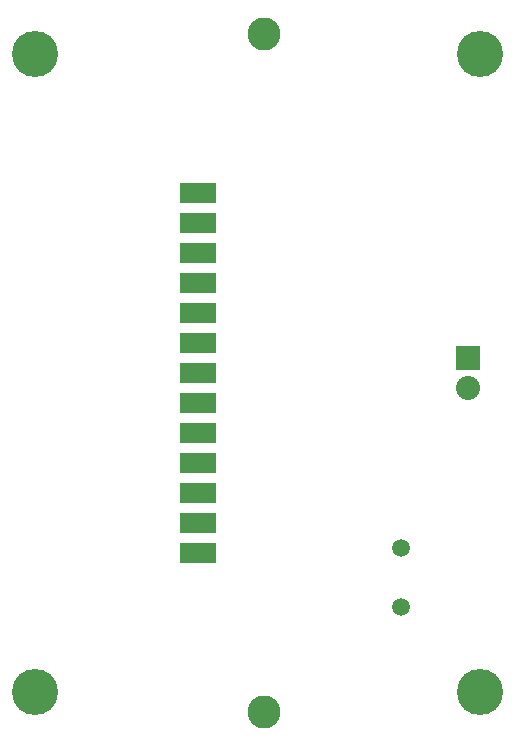
<source format=gbs>
G04 (created by PCBNEW-RS274X (2011-07-19)-testing) date Thu 29 Dec 2011 06:25:09 PM PST*
G01*
G70*
G90*
%MOIN*%
G04 Gerber Fmt 3.4, Leading zero omitted, Abs format*
%FSLAX34Y34*%
G04 APERTURE LIST*
%ADD10C,0.006000*%
%ADD11C,0.153900*%
%ADD12R,0.120000X0.070000*%
%ADD13C,0.110000*%
%ADD14C,0.059000*%
%ADD15R,0.080000X0.080000*%
%ADD16C,0.080000*%
G04 APERTURE END LIST*
G54D10*
G54D11*
X40621Y-40788D03*
X40621Y-62066D03*
X55442Y-40788D03*
X55442Y-62066D03*
G54D12*
X46031Y-45427D03*
X46031Y-46427D03*
X46031Y-47427D03*
X46031Y-48427D03*
X46031Y-49427D03*
X46031Y-50427D03*
X46031Y-51427D03*
X46031Y-52427D03*
X46031Y-53427D03*
X46031Y-54427D03*
X46031Y-55427D03*
X46031Y-56427D03*
X46031Y-57427D03*
G54D13*
X48251Y-40127D03*
X48251Y-62727D03*
G54D14*
X52800Y-59240D03*
X52800Y-57272D03*
G54D15*
X55031Y-50927D03*
G54D16*
X55031Y-51927D03*
M02*

</source>
